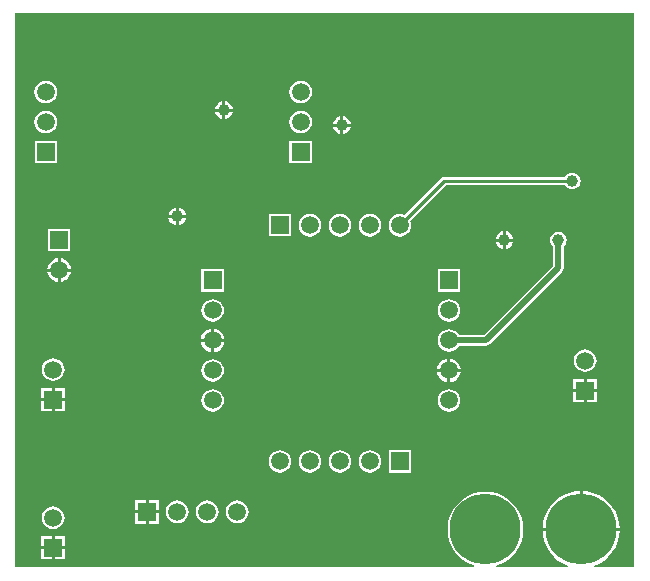
<source format=gbr>
%FSTAX25Y25*%
%MOMM*%
%SFA1B1*%

%IPPOS*%
%ADD28C,0.253999*%
%ADD29C,0.499999*%
%ADD32C,5.999988*%
%ADD33R,1.499997X1.499997*%
%ADD34C,1.499997*%
%ADD35R,1.499997X1.499997*%
%ADD36C,0.999998*%
%LNdevboard_copper_signal_bot-1*%
%LPD*%
G36*
X5269412Y0030584D02*
X4932362D01*
X4929837Y0043284*
X4968184Y0059169*
X5011856Y008593*
X5050802Y0119194*
X5084066Y0158142*
X5110827Y0201813*
X5130429Y0249133*
X5142384Y0298937*
X5145405Y0337299*
X449459*
X4497611Y0298937*
X4509566Y0249133*
X4529167Y0201813*
X4555931Y0158142*
X4589195Y0119194*
X4628141Y008593*
X4671814Y0059169*
X471016Y0043284*
X4707633Y0030584*
X4104431*
X4102928Y0043284*
X4108904Y0044719*
X415544Y0063995*
X4198386Y0090312*
X4236686Y0123024*
X4269399Y0161325*
X4295716Y0204271*
X4314992Y0250807*
X432675Y0299783*
X4330702Y0349999*
X432675Y0400212*
X4314992Y0449188*
X4295716Y0495724*
X4269399Y053867*
X4236686Y0576973*
X4198386Y0609683*
X415544Y0636003*
X4108904Y0655276*
X4059925Y0667037*
X4009712Y0670989*
X3959499Y0667037*
X391052Y0655276*
X3863987Y0636003*
X3821038Y0609683*
X3782738Y0576973*
X3750025Y053867*
X3723708Y0495724*
X3704432Y0449188*
X3692674Y0400212*
X3688722Y0349999*
X3692674Y0299783*
X3704432Y0250807*
X3723708Y0204271*
X3750025Y0161325*
X3782738Y0123024*
X3821038Y0090312*
X3863987Y0063995*
X391052Y0044719*
X3916497Y0043284*
X3914993Y0030584*
X0030584*
Y4719413*
X5269412*
Y0030584*
G37*
%LNdevboard_copper_signal_bot-2*%
%LPC*%
G36*
X2444503Y4148818D02*
X2419703Y4145554D01*
X2396594Y4135981*
X2376749Y4120753*
X2361521Y4100908*
X2351948Y4077799*
X2348684Y4052999*
X2351948Y4028198*
X2361521Y4005089*
X2376749Y3985244*
X2396594Y3970017*
X2419703Y3960444*
X2444503Y395718*
X2469304Y3960444*
X2492413Y3970017*
X2512258Y3985244*
X2527485Y4005089*
X2537058Y4028198*
X2540322Y4052999*
X2537058Y4077799*
X2527485Y4100908*
X2512258Y4120753*
X2492413Y4135981*
X2469304Y4145554*
X2444503Y4148818*
G37*
G36*
X0286999D02*
X0262199Y4145554D01*
X0239087Y4135981*
X0219242Y4120753*
X0204017Y4100908*
X0194444Y4077799*
X0191178Y4052999*
X0194444Y4028198*
X0204017Y4005089*
X0219242Y3985244*
X0239087Y3970017*
X0262199Y3960444*
X0286999Y395718*
X0311797Y3960444*
X0334909Y3970017*
X0354751Y3985244*
X0369981Y4005089*
X0379552Y4028198*
X0382818Y4052999*
X0379552Y4077799*
X0369981Y4100908*
X0354751Y4120753*
X0334909Y4135981*
X0311797Y4145554*
X0286999Y4148818*
G37*
G36*
X1807695Y3974378D02*
Y3912699D01*
X1869373*
X1868454Y3919682*
X1860857Y3938023*
X1848769Y3953774*
X1833018Y3965859*
X1814677Y3973456*
X1807695Y3974378*
G37*
G36*
X1782295D02*
X177531Y3973456D01*
X1756968Y3965859*
X1741218Y3953774*
X1729132Y3938023*
X1721535Y3919682*
X1720616Y3912699*
X1782295*
Y3974378*
G37*
G36*
X1869373Y3887299D02*
X1807695D01*
Y3825621*
X1814677Y382654*
X1833018Y3834137*
X1848769Y3846222*
X1860857Y3861973*
X1868454Y3880314*
X1869373Y3887299*
G37*
G36*
X1782295D02*
X1720616D01*
X1721535Y3880314*
X1729132Y3861973*
X1741218Y3846222*
X1756968Y3834137*
X177531Y382654*
X1782295Y3825621*
Y3887299*
G37*
G36*
X2807497Y3847627D02*
Y3785948D01*
X2869178*
X2868256Y3792931*
X2860659Y3811272*
X2848574Y3827023*
X2832823Y383911*
X2814482Y3846708*
X2807497Y3847627*
G37*
G36*
X2782097D02*
X2775115Y3846708D01*
X2756773Y383911*
X2741023Y3827023*
X2728937Y3811272*
X272134Y3792931*
X2720418Y3785948*
X2782097*
Y3847627*
G37*
G36*
X2444503Y3894818D02*
X2419703Y3891554D01*
X2396594Y3881981*
X2376749Y3866753*
X2361521Y3846908*
X2351948Y3823799*
X2348684Y3798999*
X2351948Y3774198*
X2361521Y3751089*
X2376749Y3731244*
X2396594Y3716017*
X2419703Y3706444*
X2444503Y370318*
X2469304Y3706444*
X2492413Y3716017*
X2512258Y3731244*
X2527485Y3751089*
X2537058Y3774198*
X2540322Y3798999*
X2537058Y3823799*
X2527485Y3846908*
X2512258Y3866753*
X2492413Y3881981*
X2469304Y3891554*
X2444503Y3894818*
G37*
G36*
X0286999D02*
X0262199Y3891554D01*
X0239087Y3881981*
X0219242Y3866753*
X0204017Y3846908*
X0194444Y3823799*
X0191178Y3798999*
X0194444Y3774198*
X0204017Y3751089*
X0219242Y3731244*
X0239087Y3716017*
X0262199Y3706444*
X0286999Y370318*
X0311797Y3706444*
X0334909Y3716017*
X0354751Y3731244*
X0369981Y3751089*
X0379552Y3774198*
X0382818Y3798999*
X0379552Y3823799*
X0369981Y3846908*
X0354751Y3866753*
X0334909Y3881981*
X0311797Y3891554*
X0286999Y3894818*
G37*
G36*
X2869178Y3760548D02*
X2807497D01*
Y3698869*
X2814482Y3699789*
X2832823Y3707386*
X2848574Y3719471*
X2860659Y3735222*
X2868256Y3753563*
X2869178Y3760548*
G37*
G36*
X2782097D02*
X2720418D01*
X272134Y3753563*
X2728937Y3735222*
X2741023Y3719471*
X2756773Y3707386*
X2775115Y3699789*
X2782097Y3698869*
Y3760548*
G37*
G36*
X2539504Y3639997D02*
X2349502D01*
Y345*
X2539504*
Y3639997*
G37*
G36*
X0381998D02*
X0191998D01*
Y345*
X0381998*
Y3639997*
G37*
G36*
X4744999Y3370602D02*
X4726724Y3368197D01*
X4709695Y3361143*
X4695073Y3349922*
X4683853Y3335301*
X4683041Y3333338*
X3659398*
X3646639Y3330801*
X3635822Y3323574*
X3324067Y3011817*
X3309498Y3017852*
X3284697Y3021119*
X3259899Y3017852*
X3236788Y3008279*
X3216943Y2993054*
X3201715Y2973209*
X3192145Y2950098*
X3188878Y2925297*
X3192145Y2900499*
X3201715Y2877388*
X3216943Y2857545*
X3236788Y2842315*
X3259899Y2832745*
X3284697Y2829478*
X3309498Y2832745*
X3332609Y2842315*
X3352452Y2857545*
X3367681Y2877388*
X3377252Y2900499*
X3380516Y2925297*
X3377252Y2950098*
X3371217Y2964667*
X3673208Y3266658*
X4683041*
X4683853Y3264697*
X4695073Y3250074*
X4709695Y3238853*
X4726724Y3231799*
X4744999Y3229394*
X4763272Y3231799*
X47803Y3238853*
X4794923Y3250074*
X4806142Y3264697*
X4813195Y3281725*
X4815603Y3299998*
X4813195Y3318273*
X4806142Y3335301*
X4794923Y3349922*
X47803Y3361143*
X4763272Y3368197*
X4744999Y3370602*
G37*
G36*
X1412699Y3074377D02*
Y3012699D01*
X1474378*
X1473456Y3019681*
X1465861Y3038022*
X1453774Y3053775*
X1438023Y3065861*
X1419682Y3073458*
X1412699Y3074377*
G37*
G36*
X1387299D02*
X1380314Y3073458D01*
X1361973Y3065861*
X1346222Y3053775*
X1334137Y3038022*
X132654Y3019681*
X132562Y3012699*
X1387299*
Y3074377*
G37*
G36*
X1474378Y2987299D02*
X1412699D01*
Y292562*
X1419682Y2926539*
X1438023Y2934136*
X1453774Y2946222*
X1465861Y2961972*
X1473456Y2980316*
X1474378Y2987299*
G37*
G36*
X1387299D02*
X132562D01*
X132654Y2980316*
X1334137Y2961972*
X1346222Y2946222*
X1361973Y2934136*
X1380314Y2926539*
X1387299Y292562*
Y2987299*
G37*
G36*
X2363698Y3020298D02*
X2173698D01*
Y2830299*
X2363698*
Y3020298*
G37*
G36*
X3030697Y3021119D02*
X3005899Y3017852D01*
X2982788Y3008279*
X2962943Y2993054*
X2947715Y2973209*
X2938145Y2950098*
X2934878Y2925297*
X2938145Y2900499*
X2947715Y2877388*
X2962943Y2857545*
X2982788Y2842315*
X3005899Y2832745*
X3030697Y2829478*
X3055498Y2832745*
X3078609Y2842315*
X3098452Y2857545*
X3113681Y2877388*
X3123252Y2900499*
X3126516Y2925297*
X3123252Y2950098*
X3113681Y2973209*
X3098452Y2993054*
X3078609Y3008279*
X3055498Y3017852*
X3030697Y3021119*
G37*
G36*
X2776697D02*
X2751899Y3017852D01*
X2728788Y3008279*
X2708943Y2993054*
X2693715Y2973209*
X2684145Y2950098*
X2680878Y2925297*
X2684145Y2900499*
X2693715Y2877388*
X2708943Y2857545*
X2728788Y2842315*
X2751899Y2832745*
X2776697Y2829478*
X2801498Y2832745*
X2824609Y2842315*
X2844452Y2857545*
X2859681Y2877388*
X2869252Y2900499*
X2872516Y2925297*
X2869252Y2950098*
X2859681Y2973209*
X2844452Y2993054*
X2824609Y3008279*
X2801498Y3017852*
X2776697Y3021119*
G37*
G36*
X2522697D02*
X2497899Y3017852D01*
X2474788Y3008279*
X2454943Y2993054*
X2439715Y2973209*
X2430145Y2950098*
X2426878Y2925297*
X2430145Y2900499*
X2439715Y2877388*
X2454943Y2857545*
X2474788Y2842315*
X2497899Y2832745*
X2522697Y2829478*
X2547498Y2832745*
X2570609Y2842315*
X2590452Y2857545*
X2605681Y2877388*
X2615252Y2900499*
X2618516Y2925297*
X2615252Y2950098*
X2605681Y2973209*
X2590452Y2993054*
X2570609Y3008279*
X2547498Y3017852*
X2522697Y3021119*
G37*
G36*
X4182407Y2874378D02*
Y2812699D01*
X4244086*
X4243166Y2819681*
X4235569Y2838023*
X4223481Y2853773*
X4207733Y2865861*
X4189389Y2873458*
X4182407Y2874378*
G37*
G36*
X4157007D02*
X4150024Y2873458D01*
X413168Y2865861*
X411593Y2853773*
X4103844Y2838023*
X4096247Y2819681*
X4095328Y2812699*
X4157007*
Y2874378*
G37*
G36*
X4244086Y2787299D02*
X4182407D01*
Y272562*
X4189389Y272654*
X4207733Y2734137*
X4223481Y2746222*
X4235569Y2761973*
X4243166Y2780314*
X4244086Y2787299*
G37*
G36*
X4157007D02*
X4095328D01*
X4096247Y2780314*
X4103844Y2761973*
X411593Y2746222*
X413168Y2734137*
X4150024Y272654*
X4157007Y272562*
Y2787299*
G37*
G36*
X0494997Y2894998D02*
X0304998D01*
Y2704998*
X0494997*
Y2894998*
G37*
G36*
X0412699Y2645592D02*
Y2558699D01*
X0499592*
X0497814Y2572209*
X0487697Y2596631*
X0471604Y2617604*
X0450631Y2633698*
X0426209Y2643814*
X0412699Y2645592*
G37*
G36*
X0387299D02*
X0373788Y2643814D01*
X0349366Y2633698*
X0328391Y2617604*
X03123Y2596631*
X0302183Y2572209*
X0300405Y2558699*
X0387299*
Y2645592*
G37*
G36*
X0499592Y2533299D02*
X0412699D01*
Y2446403*
X0426209Y2448181*
X0450631Y24583*
X0471604Y2474391*
X0487697Y2495364*
X0497814Y2519789*
X0499592Y2533299*
G37*
G36*
X0387299D02*
X0300405D01*
X0302183Y2519789*
X03123Y2495364*
X0328391Y2474391*
X0349366Y24583*
X0373788Y2448181*
X0387299Y2446403*
Y2533299*
G37*
G36*
X3794998Y2552999D02*
X3604999D01*
Y2362997*
X3794998*
Y2552999*
G37*
G36*
X1794997D02*
X1604998D01*
Y2362997*
X1794997*
Y2552999*
G37*
G36*
X3699997Y2299817D02*
X3675199Y2296553D01*
X3652088Y228698*
X3632243Y2271753*
X3617015Y2251908*
X3607442Y2228799*
X3604178Y2203998*
X3607442Y2179198*
X3617015Y2156089*
X3632243Y2136244*
X3652088Y2121016*
X3675199Y2111443*
X3699997Y2108179*
X3724798Y2111443*
X3747909Y2121016*
X3767752Y2136244*
X3782979Y2156089*
X3792552Y2179198*
X3795816Y2203998*
X3792552Y2228799*
X3782979Y2251908*
X3767752Y2271753*
X3747909Y228698*
X3724798Y2296553*
X3699997Y2299817*
G37*
G36*
X1699999D02*
X1675198Y2296553D01*
X1652089Y228698*
X1632244Y2271753*
X1617017Y2251908*
X1607444Y2228799*
X1604177Y2203998*
X1607444Y2179198*
X1617017Y2156089*
X1632244Y2136244*
X1652089Y2121016*
X1675198Y2111443*
X1699999Y2108179*
X1724799Y2111443*
X1747908Y2121016*
X1767753Y2136244*
X178298Y2156089*
X1792551Y2179198*
X1795818Y2203998*
X1792551Y2228799*
X178298Y2251908*
X1767753Y2271753*
X1747908Y228698*
X1724799Y2296553*
X1699999Y2299817*
G37*
G36*
X4627501Y2870603D02*
X4609228Y2868195D01*
X4592198Y2861144*
X4577577Y2849923*
X4566356Y28353*
X4559302Y2818272*
X4556897Y2799999*
X4559302Y2781724*
X4566356Y2764696*
X4577577Y2750075*
X4581618Y2746971*
Y2583487*
X3994012Y1995881*
X378382*
X3782979Y1997908*
X3767752Y2017753*
X3747909Y203298*
X3724798Y2042553*
X3699997Y2045817*
X3675199Y2042553*
X3652088Y203298*
X3632243Y2017753*
X3617015Y1997908*
X3607442Y1974799*
X3604178Y1949998*
X3607442Y1925198*
X3617015Y1902089*
X3632243Y1882244*
X3652088Y1867016*
X3675199Y1857443*
X3699997Y1854179*
X3724798Y1857443*
X3747909Y1867016*
X3767752Y1882244*
X3782979Y1902089*
X378382Y1904118*
X4013017*
X4030573Y1907608*
X404546Y1917555*
X4659944Y2532039*
X4669889Y2546924*
X4673381Y2564483*
Y2746971*
X4677425Y2750075*
X4688646Y2764696*
X4695698Y2781724*
X4698105Y2799999*
X4695698Y2818272*
X4688646Y28353*
X4677425Y2849923*
X4662802Y2861144*
X4645774Y2868195*
X4627501Y2870603*
G37*
G36*
X1712699Y2049592D02*
Y1962698D01*
X1799592*
X1797814Y1976208*
X1787697Y2000631*
X1771604Y2021603*
X1750631Y2037697*
X1726209Y2047814*
X1712699Y2049592*
G37*
G36*
X1687299D02*
X1673788Y2047814D01*
X1649366Y2037697*
X1628394Y2021603*
X16123Y2000631*
X1602183Y1976208*
X1600405Y1962698*
X1687299*
Y2049592*
G37*
G36*
X1799592Y1937298D02*
X1712699D01*
Y1850405*
X1726209Y1852183*
X1750631Y18623*
X1771604Y1878393*
X1787697Y1899366*
X1797814Y1923788*
X1799592Y1937298*
G37*
G36*
X1687299D02*
X1600405D01*
X1602183Y1923788*
X16123Y1899366*
X1628394Y1878393*
X1649366Y18623*
X1673788Y1852183*
X1687299Y1850405*
Y1937298*
G37*
G36*
X3712697Y1795592D02*
Y1708698D01*
X3799593*
X3797815Y1722208*
X3787698Y1746631*
X3771605Y1767603*
X3750632Y1783697*
X3726207Y1793814*
X3712697Y1795592*
G37*
G36*
X3687297Y1795594D02*
X3673789Y1793814D01*
X3649365Y1783697*
X3628392Y1767603*
X3612299Y1746631*
X3602182Y1722208*
X3600404Y1708698*
X3687297*
Y1795594*
G37*
G36*
X4855001Y1875823D02*
X4830203Y1872556D01*
X4807092Y1862985*
X4787249Y1847758*
X4772019Y1827913*
X4762446Y1804802*
X4759182Y1780001*
X4762446Y1755203*
X4772019Y1732094*
X4787249Y1712249*
X4807092Y1697019*
X4830203Y1687449*
X4855001Y1684182*
X4879802Y1687449*
X4902913Y1697019*
X4922758Y1712249*
X4937983Y1732094*
X4947556Y1755203*
X495082Y1780001*
X4947556Y1804802*
X4937983Y1827913*
X4922758Y1847758*
X4902913Y1862985*
X4879802Y1872556*
X4855001Y1875823*
G37*
G36*
X0349999Y1799818D02*
X0325198Y1796554D01*
X0302089Y1786981*
X0282244Y1771754*
X0267017Y1751909*
X0257444Y1728797*
X025418Y1703999*
X0257444Y1679199*
X0267017Y1656087*
X0282244Y1636245*
X0302089Y1621017*
X0325198Y1611444*
X0349999Y160818*
X0374799Y1611444*
X0397908Y1621017*
X0417753Y1636245*
X0432981Y1656087*
X0442554Y1679199*
X0445818Y1703999*
X0442554Y1728797*
X0432981Y1751909*
X0417753Y1771754*
X0397908Y1786981*
X0374799Y1796554*
X0349999Y1799818*
G37*
G36*
X1699999Y1791817D02*
X1675198Y1788553D01*
X1652089Y177898*
X1632244Y1763753*
X1617017Y1743908*
X1607444Y1720799*
X1604177Y1695998*
X1607444Y1671198*
X1617017Y1648089*
X1632244Y1628244*
X1652089Y1613016*
X1675198Y1603443*
X1699999Y1600179*
X1724799Y1603443*
X1747908Y1613016*
X1767753Y1628244*
X178298Y1648089*
X1792551Y1671198*
X1795818Y1695998*
X1792551Y1720799*
X178298Y1743908*
X1767753Y1763753*
X1747908Y177898*
X1724799Y1788553*
X1699999Y1791817*
G37*
G36*
X3799593Y1683298D02*
X3712697D01*
Y1596405*
X3726207Y1598183*
X3750632Y16083*
X3771605Y1624393*
X3787698Y1645366*
X3797815Y1669788*
X3799593Y1683298*
G37*
G36*
X3687297D02*
X3600404D01*
X3602182Y1669788*
X3612299Y1645366*
X3628392Y1624393*
X3649365Y16083*
X3673789Y1598183*
X3687297Y1596405*
Y1683298*
G37*
G36*
X4955402Y1626402D02*
X4867701D01*
Y1538701*
X4955402*
Y1626402*
G37*
G36*
X4842301D02*
X4754603D01*
Y1538701*
X4842301*
Y1626402*
G37*
G36*
X0450397Y1550398D02*
X0362699D01*
Y1462699*
X0450397*
Y1550398*
G37*
G36*
X0337299D02*
X0249598D01*
Y1462699*
X0337299*
Y1550398*
G37*
G36*
X4955402Y1513301D02*
X4867701D01*
Y1425602*
X4955402*
Y1513301*
G37*
G36*
X4842301D02*
X4754603D01*
Y1425602*
X4842301*
Y1513301*
G37*
G36*
X0450397Y1437299D02*
X0362699D01*
Y1349598*
X0450397*
Y1437299*
G37*
G36*
X0337299D02*
X0249598D01*
Y1349598*
X0337299*
Y1437299*
G37*
G36*
X3699997Y1537817D02*
X3675199Y1534553D01*
X3652088Y152498*
X3632243Y1509753*
X3617015Y1489908*
X3607442Y1466799*
X3604178Y1441998*
X3607442Y1417198*
X3617015Y1394089*
X3632243Y1374244*
X3652088Y1359016*
X3675199Y1349443*
X3699997Y1346179*
X3724798Y1349443*
X3747909Y1359016*
X3767752Y1374244*
X3782979Y1394089*
X3792552Y1417198*
X3795816Y1441998*
X3792552Y1466799*
X3782979Y1489908*
X3767752Y1509753*
X3747909Y152498*
X3724798Y1534553*
X3699997Y1537817*
G37*
G36*
X1699999D02*
X1675198Y1534553D01*
X1652089Y152498*
X1632244Y1509753*
X1617017Y1489908*
X1607444Y1466799*
X1604177Y1441998*
X1607444Y1417198*
X1617017Y1394089*
X1632244Y1374244*
X1652089Y1359016*
X1675198Y1349443*
X1699999Y1346179*
X1724799Y1349443*
X1747908Y1359016*
X1767753Y1374244*
X178298Y1394089*
X1792551Y1417198*
X1795818Y1441998*
X1792551Y1466799*
X178298Y1489908*
X1767753Y1509753*
X1747908Y152498*
X1724799Y1534553*
X1699999Y1537817*
G37*
G36*
X3379698Y1020297D02*
X3189698D01*
Y0830298*
X3379698*
Y1020297*
G37*
G36*
X3030697Y1021118D02*
X3005899Y1017854D01*
X2982788Y100828*
X2962943Y0993053*
X2947715Y0973208*
X2938145Y0950099*
X2934878Y0925299*
X2938145Y0900498*
X2947715Y0877389*
X2962943Y0857544*
X2982788Y0842317*
X3005899Y0832744*
X3030697Y082948*
X3055498Y0832744*
X3078609Y0842317*
X3098452Y0857544*
X3113681Y0877389*
X3123252Y0900498*
X3126516Y0925299*
X3123252Y0950099*
X3113681Y0973208*
X3098452Y0993053*
X3078609Y100828*
X3055498Y1017854*
X3030697Y1021118*
G37*
G36*
X2776697D02*
X2751899Y1017854D01*
X2728788Y100828*
X2708943Y0993053*
X2693715Y0973208*
X2684145Y0950099*
X2680878Y0925299*
X2684145Y0900498*
X2693715Y0877389*
X2708943Y0857544*
X2728788Y0842317*
X2751899Y0832744*
X2776697Y082948*
X2801498Y0832744*
X2824609Y0842317*
X2844452Y0857544*
X2859681Y0877389*
X2869252Y0900498*
X2872516Y0925299*
X2869252Y0950099*
X2859681Y0973208*
X2844452Y0993053*
X2824609Y100828*
X2801498Y1017854*
X2776697Y1021118*
G37*
G36*
X2522697D02*
X2497899Y1017854D01*
X2474788Y100828*
X2454943Y0993053*
X2439715Y0973208*
X2430145Y0950099*
X2426878Y0925299*
X2430145Y0900498*
X2439715Y0877389*
X2454943Y0857544*
X2474788Y0842317*
X2497899Y0832744*
X2522697Y082948*
X2547498Y0832744*
X2570609Y0842317*
X2590452Y0857544*
X2605681Y0877389*
X2615252Y0900498*
X2618516Y0925299*
X2615252Y0950099*
X2605681Y0973208*
X2590452Y0993053*
X2570609Y100828*
X2547498Y1017854*
X2522697Y1021118*
G37*
G36*
X2268697D02*
X2243899Y1017854D01*
X2220788Y100828*
X2200943Y0993053*
X2185715Y0973208*
X2176145Y0950099*
X2172878Y0925299*
X2176145Y0900498*
X2185715Y0877389*
X2200943Y0857544*
X2220788Y0842317*
X2243899Y0832744*
X2268697Y082948*
X2293498Y0832744*
X2316609Y0842317*
X2336452Y0857544*
X2351681Y0877389*
X2361252Y0900498*
X2364516Y0925299*
X2361252Y0950099*
X2351681Y0973208*
X2336452Y0993053*
X2316609Y100828*
X2293498Y1017854*
X2268697Y1021118*
G37*
G36*
X1246398Y0600397D02*
X1158699D01*
Y0512699*
X1246398*
Y0600397*
G37*
G36*
X1133299D02*
X1045598D01*
Y0512699*
X1133299*
Y0600397*
G37*
G36*
X1907999Y0595817D02*
X1883199Y0592554D01*
X1860087Y058298*
X1840242Y0567753*
X1825017Y0547908*
X1815444Y0524799*
X181218Y0499999*
X1815444Y0475198*
X1825017Y0452089*
X1840242Y0432244*
X1860087Y0417017*
X1883199Y0407443*
X1907999Y040418*
X1932797Y0407443*
X1955909Y0417017*
X1975751Y0432244*
X1990981Y0452089*
X2000554Y0475198*
X2003818Y0499999*
X2000554Y0524799*
X1990981Y0547908*
X1975751Y0567753*
X1955909Y058298*
X1932797Y0592554*
X1907999Y0595817*
G37*
G36*
X1653999D02*
X1629199Y0592554D01*
X1606087Y058298*
X1586242Y0567753*
X1571017Y0547908*
X1561444Y0524799*
X155818Y0499999*
X1561444Y0475198*
X1571017Y0452089*
X1586242Y0432244*
X1606087Y0417017*
X1629199Y0407443*
X1653999Y040418*
X1678797Y0407443*
X1701909Y0417017*
X1721751Y0432244*
X1736981Y0452089*
X1746554Y0475198*
X1749818Y0499999*
X1746554Y0524799*
X1736981Y0547908*
X1721751Y0567753*
X1701909Y058298*
X1678797Y0592554*
X1653999Y0595817*
G37*
G36*
X1399999D02*
X1375199Y0592554D01*
X1352087Y058298*
X1332242Y0567753*
X1317017Y0547908*
X1307444Y0524799*
X130418Y0499999*
X1307444Y0475198*
X1317017Y0452089*
X1332242Y0432244*
X1352087Y0417017*
X1375199Y0407443*
X1399999Y040418*
X1424797Y0407443*
X1447909Y0417017*
X1467751Y0432244*
X1482981Y0452089*
X1492554Y0475198*
X1495818Y0499999*
X1492554Y0524799*
X1482981Y0547908*
X1467751Y0567753*
X1447909Y058298*
X1424797Y0592554*
X1399999Y0595817*
G37*
G36*
X1246398Y0487299D02*
X1158699D01*
Y0399597*
X1246398*
Y0487299*
G37*
G36*
X1133299D02*
X1045598D01*
Y0399597*
X1133299*
Y0487299*
G37*
G36*
X4832697Y0675406D02*
Y0362699D01*
X5145405*
X5142384Y040106*
X5130429Y0450862*
X5110827Y0498182*
X5084066Y0541855*
X5050802Y0580801*
X5011856Y0614067*
X4968184Y0640829*
X4920863Y066043*
X4871059Y0672386*
X4832697Y0675406*
G37*
G36*
X4807297D02*
X4768938Y0672386D01*
X4719134Y066043*
X4671814Y0640829*
X4628141Y0614067*
X4589195Y0580801*
X4555931Y0541855*
X4529167Y0498182*
X4509566Y0450862*
X4497611Y040106*
X449459Y0362699*
X4807297*
Y0675406*
G37*
G36*
X0349999Y0545818D02*
X0325198Y0542554D01*
X0302089Y053298*
X0282244Y0517753*
X0267017Y0497908*
X0257444Y0474799*
X025418Y0449999*
X0257444Y0425198*
X0267017Y0402089*
X0282244Y0382244*
X0302089Y0367017*
X0325198Y0357444*
X0349999Y035418*
X0374799Y0357444*
X0397908Y0367017*
X0417753Y0382244*
X0432981Y0402089*
X0442554Y0425198*
X0445818Y0449999*
X0442554Y0474799*
X0432981Y0497908*
X0417753Y0517753*
X0397908Y053298*
X0374799Y0542554*
X0349999Y0545818*
G37*
G36*
X0450397Y0296397D02*
X0362699D01*
Y0208699*
X0450397*
Y0296397*
G37*
G36*
X0337299D02*
X0249598D01*
Y0208699*
X0337299*
Y0296397*
G37*
G36*
X0450397Y0183299D02*
X0362699D01*
Y0095597*
X0450397*
Y0183299*
G37*
G36*
X0337299D02*
X0249598D01*
Y0095597*
X0337299*
Y0183299*
G37*
%LNdevboard_copper_signal_bot-3*%
%LPD*%
G54D28*
X3284697Y2925297D02*
X3659398Y3299998D01*
X4744999*
G54D29*
X3699997Y1949998D02*
X4013017D01*
X4627501Y2564483*
Y2799999*
G54D32*
X4009712Y0349999D03*
X4819997D03*
G54D33*
X4855001Y1526001D03*
X0399999Y2799999D03*
X2444503Y3544999D03*
X0349999Y1449999D03*
Y0195999D03*
X0286999Y3544999D03*
X1699999Y2457998D03*
X3699997D03*
G54D34*
X4855001Y1780001D03*
X1907999Y0499999D03*
X1653999D03*
X1399999D03*
X0399999Y2545999D03*
X2444503Y3798999D03*
Y4052999D03*
X0349999Y1703999D03*
Y0449999D03*
X0286999Y3798999D03*
Y4052999D03*
X3284697Y2925297D03*
X3030697D03*
X2776697D03*
X2522697D03*
X1699999Y1441998D03*
Y1695998D03*
Y1949998D03*
Y2203998D03*
X3699997Y1441998D03*
Y1695998D03*
Y1949998D03*
Y2203998D03*
X2268697Y0925299D03*
X2522697D03*
X2776697D03*
X3030697D03*
G54D35*
X1145999Y0499999D03*
X2268697Y2925297D03*
X3284697Y0925299D03*
G54D36*
X4744999Y3299998D03*
X4627501Y2799999D03*
X1399999Y2999999D03*
X4169707Y2799999D03*
X2794797Y3773248D03*
X1794995Y3899999D03*
M02*
</source>
